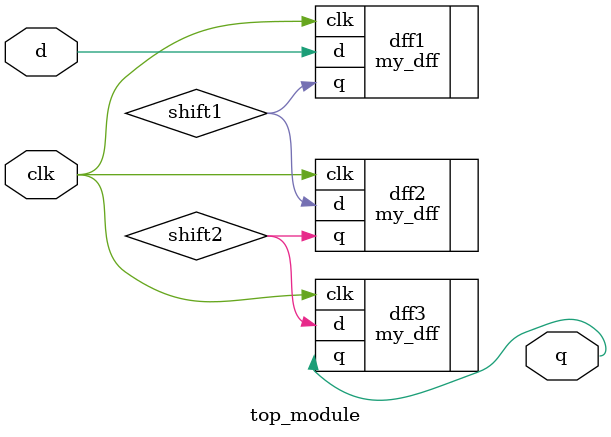
<source format=v>
module top_module ( input clk, input d, output q );
	wire shift1, shift2;
    my_dff dff1(.clk(clk), .d(d), .q(shift1));
    my_dff dff2(.clk(clk), .d(shift1), .q(shift2));
    my_dff dff3(.clk(clk), .d(shift2), .q(q));
endmodule

</source>
